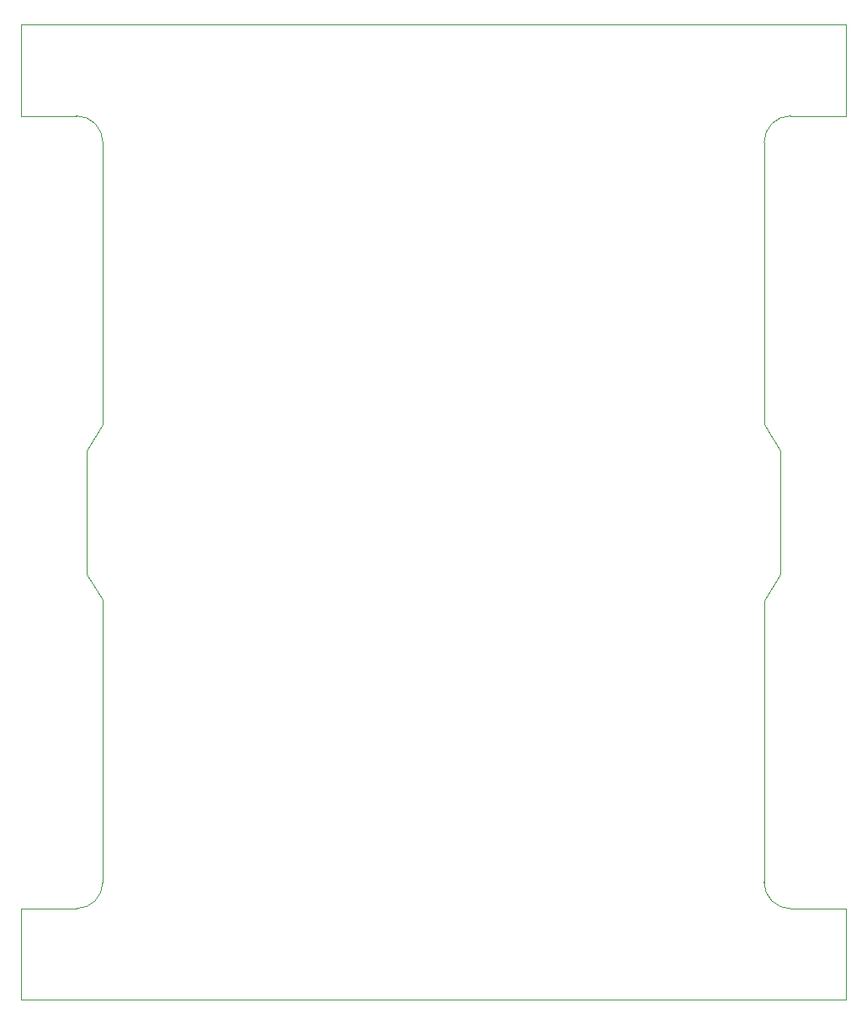
<source format=gbr>
%TF.GenerationSoftware,KiCad,Pcbnew,9.0.0*%
%TF.CreationDate,2025-10-14T23:51:45-07:00*%
%TF.ProjectId,XY_V3_Stencil,58595f56-335f-4537-9465-6e63696c2e6b,3.0*%
%TF.SameCoordinates,Original*%
%TF.FileFunction,Profile,NP*%
%FSLAX46Y46*%
G04 Gerber Fmt 4.6, Leading zero omitted, Abs format (unit mm)*
G04 Created by KiCad (PCBNEW 9.0.0) date 2025-10-14 23:51:45*
%MOMM*%
%LPD*%
G01*
G04 APERTURE LIST*
%TA.AperFunction,Profile*%
%ADD10C,0.050000*%
%TD*%
G04 APERTURE END LIST*
D10*
X186000000Y-65750000D02*
X103000000Y-65750000D01*
X108580000Y-74920000D02*
X103000000Y-74920000D01*
X108580000Y-74920000D02*
G75*
G02*
X111239938Y-77570000I15000J-2644900D01*
G01*
X103000000Y-65750000D02*
X103000000Y-74920000D01*
X103000000Y-154620000D02*
X103000000Y-163750000D01*
X186000000Y-74925000D02*
X180420000Y-74925000D01*
X186000000Y-74925000D02*
X186000000Y-65750000D01*
X111240000Y-123595000D02*
X111240000Y-151970000D01*
X109650000Y-108545000D02*
X109650000Y-120995000D01*
X109650000Y-120995000D02*
X111240000Y-123595000D01*
X103000000Y-163750000D02*
X186000000Y-163750000D01*
X186000000Y-163750000D02*
X186000000Y-154625000D01*
X177760000Y-77575000D02*
G75*
G02*
X180420000Y-74925038I2644900J5100D01*
G01*
X109650000Y-108545000D02*
X111240000Y-105945000D01*
X177760000Y-105950000D02*
X179350000Y-108550000D01*
X177760000Y-77575000D02*
X177760000Y-105950000D01*
X111240000Y-151970000D02*
G75*
G02*
X108580000Y-154619962I-2645000J-5000D01*
G01*
X179350000Y-108550000D02*
X179350000Y-121000000D01*
X111240000Y-77570000D02*
X111240000Y-105945000D01*
X180420000Y-154625000D02*
G75*
G02*
X177759963Y-151975000I-14900J2645100D01*
G01*
X103000000Y-154620000D02*
X108580000Y-154620000D01*
X177760000Y-123600000D02*
X177760000Y-151975000D01*
X177760000Y-123600000D02*
X179350000Y-121000000D01*
X180420000Y-154625000D02*
X186000000Y-154625000D01*
M02*

</source>
